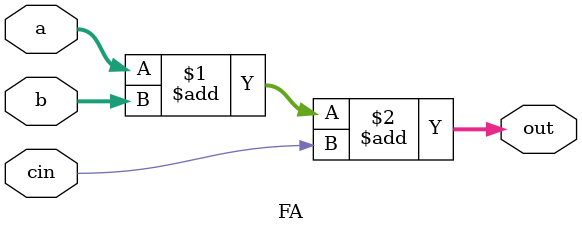
<source format=sv>
module FA(out, a, b, cin);
output [1:0] out;
input [1:0] a;
input [1:0] b;
input cin;
assign out = a + b + cin;
endmodule
</source>
